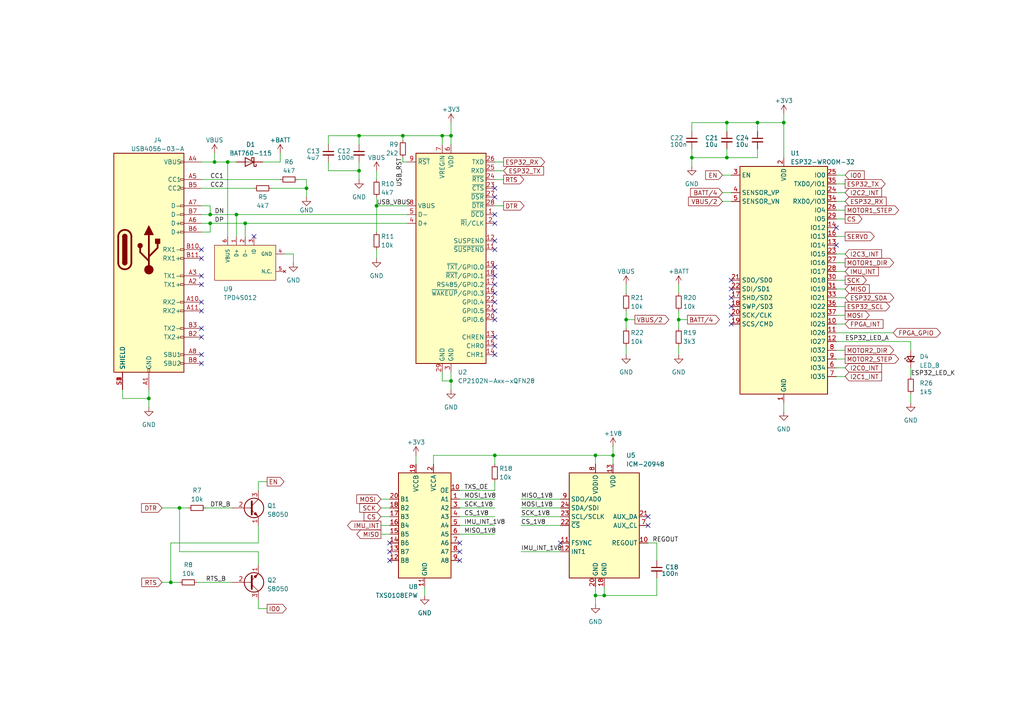
<source format=kicad_sch>
(kicad_sch (version 20230121) (generator eeschema)
  (paper "A4")
  (lib_symbols
    (symbol "Device:C_Small" (pin_numbers hide) (pin_names (offset 0.254) hide)
      (property "Reference" "C" (at 0.254 1.778 0))
      (property "Value" "C_Small" (at 0.254 -2.032 0))
      (symbol "C_Small_1_1"
        (pin passive line (at 0 2.54 270) (length 2.032) (name "~") (number "1"))
        (pin passive line (at 0 -2.54 90) (length 2.032) (name "~") (number "2"))
      )
    )
    (symbol "Device:D_Schottky" (pin_numbers hide) (pin_names (offset 1.016) hide)
      (property "Reference" "D" (at 0 2.54 0))
      (property "Value" "D_Schottky" (at 0 -2.54 0))
      (symbol "D_Schottky_1_1"
        (pin passive line (at -3.81 0 0) (length 2.54) (name "K") (number "1"))
        (pin passive line (at 3.81 0 180) (length 2.54) (name "A") (number "2"))
      )
    )
    (symbol "Device:LED_Small" (pin_numbers hide) (pin_names (offset 0.254) hide)
      (property "Reference" "D" (at -1.27 3.175 0))
      (property "Value" "LED_Small" (at -4.445 -2.54 0))
      (symbol "LED_Small_1_1"
        (pin passive line (at -2.54 0 0) (length 1.778) (name "K") (number "1"))
        (pin passive line (at 2.54 0 180) (length 1.778) (name "A") (number "2"))
      )
    )
    (symbol "Device:R_Small" (pin_numbers hide) (pin_names (offset 0.254) hide)
      (property "Reference" "R" (at 0.762 0.508 0))
      (property "Value" "R_Small" (at 0.762 -1.016 0))
      (symbol "R_Small_1_1"
        (pin passive line (at 0 2.54 270) (length 0.762) (name "~") (number "1"))
        (pin passive line (at 0 -2.54 90) (length 0.762) (name "~") (number "2"))
      )
    )
    (symbol "Interface_USB:CP2102N-Axx-xQFN28"
      (property "Reference" "U2" (at 1.9559 -33.02 0))
      (property "Value" "CP2102N-Axx-xQFN28" (at 1.9559 -35.56 0))
      (symbol "CP2102N-Axx-xQFN28_1_1"
        (pin input line (at 12.7 12.7 180) (length 2.54) (name "~{DCD}") (number "1"))
        (pin no_connect line (at -10.16 -27.94 0) (length 2.54) hide (name "NC") (number "10"))
        (pin output line (at 12.7 2.54 180) (length 2.54) (name "~{SUSPEND}") (number "11"))
        (pin output line (at 12.7 5.08 180) (length 2.54) (name "SUSPEND") (number "12"))
        (pin output line (at 12.7 -22.86 180) (length 2.54) (name "CHREN") (number "13"))
        (pin output line (at 12.7 -27.94 180) (length 2.54) (name "CHR1") (number "14"))
        (pin output line (at 12.7 -25.4 180) (length 2.54) (name "CHR0") (number "15"))
        (pin bidirectional line (at 12.7 -10.16 180) (length 2.54) (name "~{WAKEUP}/GPIO.3") (number "16"))
        (pin bidirectional line (at 12.7 -7.62 180) (length 2.54) (name "RS485/GPIO.2") (number "17"))
        (pin bidirectional line (at 12.7 -5.08 180) (length 2.54) (name "~{RXT}/GPIO.1") (number "18"))
        (pin bidirectional line (at 12.7 -2.54 180) (length 2.54) (name "~{TXT}/GPIO.0") (number "19"))
        (pin bidirectional line (at 12.7 10.16 180) (length 2.54) (name "~{RI}/CLK") (number "2"))
        (pin bidirectional line (at 12.7 -17.78 180) (length 2.54) (name "GPIO.6") (number "20"))
        (pin bidirectional line (at 12.7 -15.24 180) (length 2.54) (name "GPIO.5") (number "21"))
        (pin bidirectional line (at 12.7 -12.7 180) (length 2.54) (name "GPIO.4") (number "22"))
        (pin input line (at 12.7 20.32 180) (length 2.54) (name "~{CTS}") (number "23"))
        (pin output line (at 12.7 22.86 180) (length 2.54) (name "~{RTS}") (number "24"))
        (pin input line (at 12.7 25.4 180) (length 2.54) (name "RXD") (number "25"))
        (pin output line (at 12.7 27.94 180) (length 2.54) (name "TXD") (number "26"))
        (pin input line (at 12.7 17.78 180) (length 2.54) (name "~{DSR}") (number "27"))
        (pin output line (at 12.7 15.24 180) (length 2.54) (name "~{DTR}") (number "28"))
        (pin passive line (at -2.54 -33.02 90) (length 2.54) (name "GND") (number "29"))
        (pin power_in line (at 0 -33.02 90) (length 2.54) (name "GND") (number "3"))
        (pin bidirectional line (at -12.7 10.16 0) (length 2.54) (name "D+") (number "4"))
        (pin bidirectional line (at -12.7 12.7 0) (length 2.54) (name "D-") (number "5"))
        (pin power_in line (at 0 33.02 270) (length 2.54) (name "VDD") (number "6"))
        (pin power_in line (at -2.54 33.02 270) (length 2.54) (name "VREGIN") (number "7"))
        (pin input line (at -12.7 15.24 0) (length 2.54) (name "VBUS") (number "8"))
        (pin input line (at -12.7 27.94 0) (length 2.54) (name "~{RST}") (number "9"))
      )
    )
    (symbol "Logic_LevelTranslator:TXS0108EPW"
      (property "Reference" "U" (at -6.35 16.51 0))
      (property "Value" "TXS0108EPW" (at 3.81 16.51 0))
      (symbol "TXS0108EPW_1_1"
        (pin bidirectional line (at -10.16 7.62 0) (length 2.54) (name "A1") (number "1"))
        (pin input line (at -10.16 10.16 0) (length 2.54) (name "OE") (number "10"))
        (pin power_in line (at 0 -17.78 90) (length 2.54) (name "GND") (number "11"))
        (pin bidirectional line (at 10.16 -10.16 180) (length 2.54) (name "B8") (number "12"))
        (pin bidirectional line (at 10.16 -7.62 180) (length 2.54) (name "B7") (number "13"))
        (pin bidirectional line (at 10.16 -5.08 180) (length 2.54) (name "B6") (number "14"))
        (pin bidirectional line (at 10.16 -2.54 180) (length 2.54) (name "B5") (number "15"))
        (pin bidirectional line (at 10.16 0 180) (length 2.54) (name "B4") (number "16"))
        (pin bidirectional line (at 10.16 2.54 180) (length 2.54) (name "B3") (number "17"))
        (pin bidirectional line (at 10.16 5.08 180) (length 2.54) (name "B2") (number "18"))
        (pin power_in line (at 2.54 17.78 270) (length 2.54) (name "VCCB") (number "19"))
        (pin power_in line (at -2.54 17.78 270) (length 2.54) (name "VCCA") (number "2"))
        (pin bidirectional line (at 10.16 7.62 180) (length 2.54) (name "B1") (number "20"))
        (pin bidirectional line (at -10.16 5.08 0) (length 2.54) (name "A2") (number "3"))
        (pin bidirectional line (at -10.16 2.54 0) (length 2.54) (name "A3") (number "4"))
        (pin bidirectional line (at -10.16 0 0) (length 2.54) (name "A4") (number "5"))
        (pin bidirectional line (at -10.16 -2.54 0) (length 2.54) (name "A5") (number "6"))
        (pin bidirectional line (at -10.16 -5.08 0) (length 2.54) (name "A6") (number "7"))
        (pin bidirectional line (at -10.16 -7.62 0) (length 2.54) (name "A7") (number "8"))
        (pin bidirectional line (at -10.16 -10.16 0) (length 2.54) (name "A8") (number "9"))
      )
    )
    (symbol "RF_Module:ESP32-WROOM-32"
      (property "Reference" "U" (at -12.7 34.29 0))
      (property "Value" "ESP32-WROOM-32" (at 1.27 34.29 0))
      (symbol "ESP32-WROOM-32_1_1"
        (pin power_in line (at 0 -35.56 90) (length 2.54) (name "GND") (number "1"))
        (pin bidirectional line (at 15.24 -12.7 180) (length 2.54) (name "IO25") (number "10"))
        (pin bidirectional line (at 15.24 -15.24 180) (length 2.54) (name "IO26") (number "11"))
        (pin bidirectional line (at 15.24 -17.78 180) (length 2.54) (name "IO27") (number "12"))
        (pin bidirectional line (at 15.24 10.16 180) (length 2.54) (name "IO14") (number "13"))
        (pin bidirectional line (at 15.24 15.24 180) (length 2.54) (name "IO12") (number "14"))
        (pin passive line (at 0 -35.56 90) (length 2.54) hide (name "GND") (number "15"))
        (pin bidirectional line (at 15.24 12.7 180) (length 2.54) (name "IO13") (number "16"))
        (pin bidirectional line (at -15.24 -5.08 0) (length 2.54) (name "SHD/SD2") (number "17"))
        (pin bidirectional line (at -15.24 -7.62 0) (length 2.54) (name "SWP/SD3") (number "18"))
        (pin bidirectional line (at -15.24 -12.7 0) (length 2.54) (name "SCS/CMD") (number "19"))
        (pin power_in line (at 0 35.56 270) (length 2.54) (name "VDD") (number "2"))
        (pin bidirectional line (at -15.24 -10.16 0) (length 2.54) (name "SCK/CLK") (number "20"))
        (pin bidirectional line (at -15.24 0 0) (length 2.54) (name "SDO/SD0") (number "21"))
        (pin bidirectional line (at -15.24 -2.54 0) (length 2.54) (name "SDI/SD1") (number "22"))
        (pin bidirectional line (at 15.24 7.62 180) (length 2.54) (name "IO15") (number "23"))
        (pin bidirectional line (at 15.24 25.4 180) (length 2.54) (name "IO2") (number "24"))
        (pin bidirectional line (at 15.24 30.48 180) (length 2.54) (name "IO0") (number "25"))
        (pin bidirectional line (at 15.24 20.32 180) (length 2.54) (name "IO4") (number "26"))
        (pin bidirectional line (at 15.24 5.08 180) (length 2.54) (name "IO16") (number "27"))
        (pin bidirectional line (at 15.24 2.54 180) (length 2.54) (name "IO17") (number "28"))
        (pin bidirectional line (at 15.24 17.78 180) (length 2.54) (name "IO5") (number "29"))
        (pin input line (at -15.24 30.48 0) (length 2.54) (name "EN") (number "3"))
        (pin bidirectional line (at 15.24 0 180) (length 2.54) (name "IO18") (number "30"))
        (pin bidirectional line (at 15.24 -2.54 180) (length 2.54) (name "IO19") (number "31"))
        (pin no_connect line (at -12.7 -27.94 0) (length 2.54) hide (name "NC") (number "32"))
        (pin bidirectional line (at 15.24 -5.08 180) (length 2.54) (name "IO21") (number "33"))
        (pin bidirectional line (at 15.24 22.86 180) (length 2.54) (name "RXD0/IO3") (number "34"))
        (pin bidirectional line (at 15.24 27.94 180) (length 2.54) (name "TXD0/IO1") (number "35"))
        (pin bidirectional line (at 15.24 -7.62 180) (length 2.54) (name "IO22") (number "36"))
        (pin bidirectional line (at 15.24 -10.16 180) (length 2.54) (name "IO23") (number "37"))
        (pin passive line (at 0 -35.56 90) (length 2.54) hide (name "GND") (number "38"))
        (pin passive line (at 0 -35.56 90) (length 2.54) hide (name "GND") (number "39"))
        (pin input line (at -15.24 25.4 0) (length 2.54) (name "SENSOR_VP") (number "4"))
        (pin input line (at -15.24 22.86 0) (length 2.54) (name "SENSOR_VN") (number "5"))
        (pin input line (at 15.24 -25.4 180) (length 2.54) (name "IO34") (number "6"))
        (pin input line (at 15.24 -27.94 180) (length 2.54) (name "IO35") (number "7"))
        (pin bidirectional line (at 15.24 -20.32 180) (length 2.54) (name "IO32") (number "8"))
        (pin bidirectional line (at 15.24 -22.86 180) (length 2.54) (name "IO33") (number "9"))
      )
    )
    (symbol "Sensor_Motion:ICM-20948"
      (property "Reference" "U5" (at 6.35 20.32 0))
      (property "Value" "ICM-20948" (at 6.35 17.78 0))
      (symbol "ICM-20948_1_1"
        (pin no_connect line (at -10.16 12.7 0) (length 2.54) hide (name "NC") (number "1"))
        (pin passive line (at 12.7 -5.08 180) (length 2.54) (name "REGOUT") (number "10"))
        (pin input line (at -12.7 -5.08 0) (length 2.54) (name "FSYNC") (number "11"))
        (pin output line (at -12.7 -7.62 0) (length 2.54) (name "INT1") (number "12"))
        (pin power_in line (at 2.54 17.78 270) (length 2.54) (name "VDD") (number "13"))
        (pin no_connect line (at 10.16 7.62 180) (length 2.54) hide (name "NC") (number "14"))
        (pin no_connect line (at 10.16 5.08 180) (length 2.54) hide (name "NC") (number "15"))
        (pin no_connect line (at 10.16 -7.62 180) (length 2.54) hide (name "NC") (number "16"))
        (pin no_connect line (at 10.16 -10.16 180) (length 2.54) hide (name "NC") (number "17"))
        (pin power_in line (at 0 -17.78 90) (length 2.54) (name "GND") (number "18"))
        (pin no_connect line (at 10.16 -12.7 180) (length 2.54) hide (name "RESV") (number "19"))
        (pin no_connect line (at -10.16 10.16 0) (length 2.54) hide (name "NC") (number "2"))
        (pin passive line (at -2.54 -17.78 90) (length 2.54) (name "GND") (number "20"))
        (pin bidirectional line (at 12.7 2.54 180) (length 2.54) (name "AUX_DA") (number "21"))
        (pin input line (at -12.7 0 0) (length 2.54) (name "~{CS}") (number "22"))
        (pin input line (at -12.7 2.54 0) (length 2.54) (name "SCL/SCLK") (number "23"))
        (pin bidirectional line (at -12.7 5.08 0) (length 2.54) (name "SDA/SDI") (number "24"))
        (pin no_connect line (at -10.16 -2.54 0) (length 2.54) hide (name "NC") (number "3"))
        (pin no_connect line (at -10.16 -10.16 0) (length 2.54) hide (name "NC") (number "4"))
        (pin no_connect line (at -10.16 -12.7 0) (length 2.54) hide (name "NC") (number "5"))
        (pin no_connect line (at 10.16 10.16 180) (length 2.54) hide (name "NC") (number "6"))
        (pin output line (at 12.7 0 180) (length 2.54) (name "AUX_CL") (number "7"))
        (pin power_in line (at -2.54 17.78 270) (length 2.54) (name "VDDIO") (number "8"))
        (pin bidirectional line (at -12.7 7.62 0) (length 2.54) (name "SDO/AD0") (number "9"))
      )
    )
    (symbol "TPD4S012:TPD4S012" (pin_names (offset 1.016))
      (property "Reference" "U" (at 1.27 -8.89 0))
      (property "Value" "TPD4S012" (at 1.27 -11.43 0))
      (symbol "TPD4S012_0_0"
        (pin bidirectional line (at -2.54 7.62 270) (length 2.54) (name "D+") (number "1"))
        (pin bidirectional line (at 0 7.62 270) (length 2.54) (name "D-") (number "2"))
        (pin bidirectional line (at 2.54 7.62 270) (length 2.54) (name "ID") (number "3"))
        (pin power_in line (at 11.43 2.54 180) (length 2.54) (name "GND") (number "4"))
        (pin no_connect line (at 11.43 -2.54 180) (length 2.54) (name "N.C.") (number "5"))
        (pin bidirectional line (at -5.08 7.62 270) (length 2.54) (name "VBUS") (number "6"))
      )
    )
    (symbol "Transistor_BJT:S8050" (pin_names (offset 0) hide)
      (property "Reference" "Q" (at 5.08 1.905 0))
      (property "Value" "S8050" (at 5.08 0 0))
      (symbol "S8050_1_1"
        (pin passive line (at 2.54 -5.08 90) (length 2.54) (name "E") (number "1"))
        (pin input line (at -5.08 0 0) (length 5.08) (name "B") (number "2"))
        (pin passive line (at 2.54 5.08 270) (length 2.54) (name "C") (number "3"))
      )
    )
    (symbol "USB4056-03-A:USB4056-03-A" (pin_names (offset 0.762))
      (property "Reference" "J" (at -8.89 36.195 0))
      (property "Value" "USB4056-03-A" (at -8.89 33.655 0))
      (symbol "USB4056-03-A_1_1"
        (pin passive line (at -1.27 -36.83 90) (length 5.08) (name "GND") (number "A1"))
        (pin bidirectional line (at 13.97 -11.43 180) (length 5.08) (name "RX2-") (number "A10"))
        (pin bidirectional line (at 13.97 -13.97 180) (length 5.08) (name "RX2+") (number "A11"))
        (pin passive line (at -1.27 -36.83 90) (length 5.08) hide (name "GND") (number "A12"))
        (pin bidirectional line (at 13.97 -6.35 180) (length 5.08) (name "TX1+") (number "A2"))
        (pin bidirectional line (at 13.97 -3.81 180) (length 5.08) (name "TX1-") (number "A3"))
        (pin passive line (at 13.97 29.21 180) (length 5.08) (name "VBUS") (number "A4"))
        (pin bidirectional line (at 13.97 24.13 180) (length 5.08) (name "CC1") (number "A5"))
        (pin bidirectional line (at 13.97 11.43 180) (length 5.08) (name "D+") (number "A6"))
        (pin bidirectional line (at 13.97 16.51 180) (length 5.08) (name "D-") (number "A7"))
        (pin bidirectional line (at 13.97 -26.67 180) (length 5.08) (name "SBU1") (number "A8"))
        (pin passive line (at 13.97 29.21 180) (length 5.08) hide (name "VBUS") (number "A9"))
        (pin passive line (at -1.27 -36.83 90) (length 5.08) hide (name "GND") (number "B1"))
        (pin bidirectional line (at 13.97 3.81 180) (length 5.08) (name "RX1-") (number "B10"))
        (pin bidirectional line (at 13.97 1.27 180) (length 5.08) (name "RX1+") (number "B11"))
        (pin passive line (at -1.27 -36.83 90) (length 5.08) hide (name "GND") (number "B12"))
        (pin bidirectional line (at 13.97 -21.59 180) (length 5.08) (name "TX2+") (number "B2"))
        (pin bidirectional line (at 13.97 -19.05 180) (length 5.08) (name "TX2-") (number "B3"))
        (pin passive line (at 13.97 29.21 180) (length 5.08) hide (name "VBUS") (number "B4"))
        (pin bidirectional line (at 13.97 21.59 180) (length 5.08) (name "CC2") (number "B5"))
        (pin bidirectional line (at 13.97 8.89 180) (length 5.08) (name "D+") (number "B6"))
        (pin bidirectional line (at 13.97 13.97 180) (length 5.08) (name "D-") (number "B7"))
        (pin bidirectional line (at 13.97 -29.21 180) (length 5.08) (name "SBU2") (number "B8"))
        (pin passive line (at 13.97 29.21 180) (length 5.08) hide (name "VBUS") (number "B9"))
        (pin passive line (at -8.89 -36.83 90) (length 5.08) (name "SHIELD") (number "S1"))
        (pin passive line (at -8.89 -36.83 90) (length 5.08) (name "SHIELD") (number "S2"))
        (pin passive line (at -8.89 -36.83 90) (length 5.08) (name "SHIELD") (number "S3"))
        (pin passive line (at -8.89 -36.83 90) (length 5.08) (name "SHIELD") (number "S4"))
      )
    )
    (symbol "power:+1V8" (power) (pin_names (offset 0))
      (property "Value" "+1V8" (at 0 3.556 0))
      (symbol "+1V8_1_1"
        (pin power_in line (at 0 0 90) (length 0) hide (name "+1V8") (number "1"))
      )
    )
    (symbol "power:+3V3" (power) (pin_names (offset 0))
      (property "Value" "+3V3" (at 0 3.556 0))
      (symbol "+3V3_1_1"
        (pin power_in line (at 0 0 90) (length 0) hide (name "+3V3") (number "1"))
      )
    )
    (symbol "power:+BATT" (power) (pin_names (offset 0))
      (property "Value" "+BATT" (at 0 3.556 0))
      (symbol "+BATT_1_1"
        (pin power_in line (at 0 0 90) (length 0) hide (name "+BATT") (number "1"))
      )
    )
    (symbol "power:GND" (power) (pin_names (offset 0))
      (property "Value" "GND" (at 0 -3.81 0))
      (symbol "GND_1_1"
        (pin power_in line (at 0 0 270) (length 0) hide (name "GND") (number "1"))
      )
    )
    (symbol "power:VBUS" (power) (pin_names (offset 0))
      (property "Value" "VBUS" (at 0 3.81 0))
      (symbol "VBUS_1_1"
        (pin power_in line (at 0 0 90) (length 0) hide (name "VBUS") (number "1"))
      )
    )
  )
  (junction (at 143.51 132.08))
  (junction (at 128.27 39.37))
  (junction (at 88.9 54.61))
  (junction (at 210.82 35.56))
  (junction (at 60.96 62.23))
  (junction (at 66.04 46.99))
  (junction (at 200.66 45.72))
  (junction (at 130.81 39.37))
  (junction (at 227.33 35.56))
  (junction (at 104.14 39.37))
  (junction (at 52.07 147.32))
  (junction (at 177.8 132.08))
  (junction (at 71.12 64.77))
  (junction (at 109.22 59.69))
  (junction (at 172.72 132.08))
  (junction (at 175.26 172.72))
  (junction (at 172.72 172.72))
  (junction (at 116.84 39.37))
  (junction (at 43.18 115.57))
  (junction (at 130.81 110.49))
  (junction (at 60.96 64.77))
  (junction (at 196.85 92.71))
  (junction (at 181.61 92.71))
  (junction (at 49.53 168.91))
  (junction (at 104.14 49.53))
  (junction (at 68.58 62.23))
  (junction (at 62.23 46.99))
  (junction (at 219.71 35.56))
  (junction (at 210.82 45.72))
  (no_connect (at 113.03 157.48))
  (no_connect (at 113.03 162.56))
  (no_connect (at 58.42 95.25))
  (no_connect (at 143.51 80.01))
  (no_connect (at 143.51 72.39))
  (no_connect (at 242.57 66.04))
  (no_connect (at 212.09 93.98))
  (no_connect (at 143.51 62.23))
  (no_connect (at 143.51 92.71))
  (no_connect (at 58.42 105.41))
  (no_connect (at 143.51 64.77))
  (no_connect (at 242.57 71.12))
  (no_connect (at 58.42 97.79))
  (no_connect (at 187.96 149.86))
  (no_connect (at 113.03 160.02))
  (no_connect (at 58.42 90.17))
  (no_connect (at 58.42 102.87))
  (no_connect (at 133.35 162.56))
  (no_connect (at 187.96 152.4))
  (no_connect (at 162.56 157.48))
  (no_connect (at 58.42 80.01))
  (no_connect (at 212.09 86.36))
  (no_connect (at 212.09 88.9))
  (no_connect (at 58.42 74.93))
  (no_connect (at 58.42 87.63))
  (no_connect (at 143.51 85.09))
  (no_connect (at 212.09 81.28))
  (no_connect (at 133.35 157.48))
  (no_connect (at 212.09 83.82))
  (no_connect (at 143.51 77.47))
  (no_connect (at 143.51 97.79))
  (no_connect (at 133.35 160.02))
  (no_connect (at 212.09 91.44))
  (no_connect (at 143.51 82.55))
  (no_connect (at 143.51 100.33))
  (no_connect (at 143.51 54.61))
  (no_connect (at 143.51 69.85))
  (no_connect (at 58.42 72.39))
  (no_connect (at 73.66 68.58))
  (no_connect (at 58.42 82.55))
  (no_connect (at 143.51 57.15))
  (no_connect (at 143.51 102.87))
  (no_connect (at 143.51 87.63))
  (no_connect (at 143.51 90.17))
  (wire (pts (xy 110.49 144.78) (xy 113.03 144.78)))
  (wire (pts (xy 68.58 46.99) (xy 66.04 46.99)))
  (wire (pts (xy 125.73 132.08) (xy 143.51 132.08)))
  (wire (pts (xy 46.99 168.91) (xy 49.53 168.91)))
  (wire (pts (xy 116.84 46.99) (xy 118.11 46.99)))
  (wire (pts (xy 68.58 62.23) (xy 68.58 68.58)))
  (wire (pts (xy 109.22 59.69) (xy 109.22 57.15)))
  (wire (pts (xy 200.66 35.56) (xy 210.82 35.56)))
  (wire (pts (xy 219.71 35.56) (xy 227.33 35.56)))
  (wire (pts (xy 245.11 53.34) (xy 242.57 53.34)))
  (wire (pts (xy 181.61 82.55) (xy 181.61 85.09)))
  (wire (pts (xy 151.13 147.32) (xy 162.56 147.32)))
  (wire (pts (xy 210.82 35.56) (xy 219.71 35.56)))
  (wire (pts (xy 200.66 45.72) (xy 200.66 48.26)))
  (wire (pts (xy 74.93 176.53) (xy 74.93 173.99)))
  (wire (pts (xy 245.11 63.5) (xy 242.57 63.5)))
  (wire (pts (xy 133.35 149.86) (xy 143.51 149.86)))
  (wire (pts (xy 209.55 55.88) (xy 212.09 55.88)))
  (wire (pts (xy 60.96 62.23) (xy 68.58 62.23)))
  (wire (pts (xy 58.42 67.31) (xy 60.96 67.31)))
  (wire (pts (xy 210.82 43.18) (xy 210.82 45.72)))
  (wire (pts (xy 110.49 154.94) (xy 113.03 154.94)))
  (wire (pts (xy 190.5 167.64) (xy 190.5 172.72)))
  (wire (pts (xy 88.9 52.07) (xy 88.9 54.61)))
  (wire (pts (xy 196.85 102.87) (xy 196.85 100.33)))
  (wire (pts (xy 187.96 157.48) (xy 190.5 157.48)))
  (wire (pts (xy 66.04 68.58) (xy 66.04 46.99)))
  (wire (pts (xy 245.11 104.14) (xy 242.57 104.14)))
  (wire (pts (xy 143.51 132.08) (xy 172.72 132.08)))
  (wire (pts (xy 74.93 163.83) (xy 74.93 160.02)))
  (wire (pts (xy 71.12 64.77) (xy 118.11 64.77)))
  (wire (pts (xy 177.8 129.54) (xy 177.8 132.08)))
  (wire (pts (xy 123.19 172.72) (xy 123.19 170.18)))
  (wire (pts (xy 172.72 172.72) (xy 175.26 172.72)))
  (wire (pts (xy 130.81 113.03) (xy 130.81 110.49)))
  (wire (pts (xy 133.35 154.94) (xy 143.51 154.94)))
  (wire (pts (xy 196.85 92.71) (xy 199.39 92.71)))
  (wire (pts (xy 125.73 132.08) (xy 125.73 134.62)))
  (wire (pts (xy 60.96 64.77) (xy 60.96 67.31)))
  (wire (pts (xy 143.51 132.08) (xy 143.51 134.62)))
  (wire (pts (xy 52.07 147.32) (xy 54.61 147.32)))
  (wire (pts (xy 85.09 76.2) (xy 85.09 73.66)))
  (wire (pts (xy 109.22 59.69) (xy 109.22 67.31)))
  (wire (pts (xy 196.85 82.55) (xy 196.85 85.09)))
  (wire (pts (xy 181.61 102.87) (xy 181.61 100.33)))
  (wire (pts (xy 196.85 92.71) (xy 196.85 95.25)))
  (wire (pts (xy 245.11 81.28) (xy 242.57 81.28)))
  (wire (pts (xy 81.28 46.99) (xy 76.2 46.99)))
  (wire (pts (xy 245.11 78.74) (xy 242.57 78.74)))
  (wire (pts (xy 104.14 39.37) (xy 116.84 39.37)))
  (wire (pts (xy 77.47 139.7) (xy 74.93 139.7)))
  (wire (pts (xy 181.61 92.71) (xy 181.61 95.25)))
  (wire (pts (xy 245.11 91.44) (xy 242.57 91.44)))
  (wire (pts (xy 109.22 74.93) (xy 109.22 72.39)))
  (wire (pts (xy 128.27 110.49) (xy 130.81 110.49)))
  (wire (pts (xy 62.23 46.99) (xy 62.23 44.45)))
  (wire (pts (xy 219.71 35.56) (xy 219.71 38.1)))
  (wire (pts (xy 245.11 106.68) (xy 242.57 106.68)))
  (wire (pts (xy 60.96 64.77) (xy 71.12 64.77)))
  (wire (pts (xy 109.22 49.53) (xy 109.22 52.07)))
  (wire (pts (xy 151.13 144.78) (xy 162.56 144.78)))
  (wire (pts (xy 227.33 35.56) (xy 227.33 45.72)))
  (wire (pts (xy 52.07 147.32) (xy 52.07 160.02)))
  (wire (pts (xy 172.72 175.26) (xy 172.72 172.72)))
  (wire (pts (xy 172.72 132.08) (xy 177.8 132.08)))
  (wire (pts (xy 130.81 39.37) (xy 130.81 41.91)))
  (wire (pts (xy 190.5 172.72) (xy 175.26 172.72)))
  (wire (pts (xy 74.93 152.4) (xy 74.93 157.48)))
  (wire (pts (xy 43.18 115.57) (xy 35.56 115.57)))
  (wire (pts (xy 128.27 41.91) (xy 128.27 39.37)))
  (wire (pts (xy 128.27 39.37) (xy 116.84 39.37)))
  (wire (pts (xy 82.55 73.66) (xy 85.09 73.66)))
  (wire (pts (xy 77.47 176.53) (xy 74.93 176.53)))
  (wire (pts (xy 49.53 168.91) (xy 52.07 168.91)))
  (wire (pts (xy 209.55 50.8) (xy 212.09 50.8)))
  (wire (pts (xy 74.93 139.7) (xy 74.93 142.24)))
  (wire (pts (xy 227.33 33.02) (xy 227.33 35.56)))
  (wire (pts (xy 43.18 118.11) (xy 43.18 115.57)))
  (wire (pts (xy 245.11 109.22) (xy 242.57 109.22)))
  (wire (pts (xy 146.05 49.53) (xy 143.51 49.53)))
  (wire (pts (xy 95.25 49.53) (xy 104.14 49.53)))
  (wire (pts (xy 172.72 170.18) (xy 172.72 172.72)))
  (wire (pts (xy 74.93 160.02) (xy 52.07 160.02)))
  (wire (pts (xy 245.11 73.66) (xy 242.57 73.66)))
  (wire (pts (xy 58.42 59.69) (xy 60.96 59.69)))
  (wire (pts (xy 110.49 147.32) (xy 113.03 147.32)))
  (wire (pts (xy 245.11 83.82) (xy 242.57 83.82)))
  (wire (pts (xy 128.27 39.37) (xy 130.81 39.37)))
  (wire (pts (xy 59.69 147.32) (xy 67.31 147.32)))
  (wire (pts (xy 245.11 58.42) (xy 242.57 58.42)))
  (wire (pts (xy 242.57 96.52) (xy 259.08 96.52)))
  (wire (pts (xy 200.66 38.1) (xy 200.66 35.56)))
  (wire (pts (xy 49.53 157.48) (xy 49.53 168.91)))
  (wire (pts (xy 35.56 115.57) (xy 35.56 113.03)))
  (wire (pts (xy 227.33 119.38) (xy 227.33 116.84)))
  (wire (pts (xy 264.16 101.6) (xy 264.16 99.06)))
  (wire (pts (xy 104.14 49.53) (xy 104.14 46.99)))
  (wire (pts (xy 219.71 45.72) (xy 219.71 43.18)))
  (wire (pts (xy 46.99 147.32) (xy 52.07 147.32)))
  (wire (pts (xy 200.66 43.18) (xy 200.66 45.72)))
  (wire (pts (xy 74.93 157.48) (xy 49.53 157.48)))
  (wire (pts (xy 104.14 52.07) (xy 104.14 49.53)))
  (wire (pts (xy 116.84 45.72) (xy 116.84 46.99)))
  (wire (pts (xy 209.55 58.42) (xy 212.09 58.42)))
  (wire (pts (xy 81.28 44.45) (xy 81.28 46.99)))
  (wire (pts (xy 146.05 46.99) (xy 143.51 46.99)))
  (wire (pts (xy 245.11 50.8) (xy 242.57 50.8)))
  (wire (pts (xy 245.11 55.88) (xy 242.57 55.88)))
  (wire (pts (xy 190.5 157.48) (xy 190.5 162.56)))
  (wire (pts (xy 58.42 64.77) (xy 60.96 64.77)))
  (wire (pts (xy 68.58 62.23) (xy 118.11 62.23)))
  (wire (pts (xy 62.23 46.99) (xy 66.04 46.99)))
  (wire (pts (xy 210.82 45.72) (xy 200.66 45.72)))
  (wire (pts (xy 177.8 132.08) (xy 177.8 134.62)))
  (wire (pts (xy 245.11 60.96) (xy 242.57 60.96)))
  (wire (pts (xy 116.84 39.37) (xy 116.84 40.64)))
  (wire (pts (xy 120.65 132.08) (xy 120.65 134.62)))
  (wire (pts (xy 245.11 68.58) (xy 242.57 68.58)))
  (wire (pts (xy 95.25 41.91) (xy 95.25 39.37)))
  (wire (pts (xy 210.82 45.72) (xy 219.71 45.72)))
  (wire (pts (xy 110.49 149.86) (xy 113.03 149.86)))
  (wire (pts (xy 196.85 90.17) (xy 196.85 92.71)))
  (wire (pts (xy 146.05 52.07) (xy 143.51 52.07)))
  (wire (pts (xy 58.42 52.07) (xy 81.28 52.07)))
  (wire (pts (xy 133.35 142.24) (xy 143.51 142.24)))
  (wire (pts (xy 71.12 64.77) (xy 71.12 68.58)))
  (wire (pts (xy 104.14 39.37) (xy 104.14 41.91)))
  (wire (pts (xy 245.11 88.9) (xy 242.57 88.9)))
  (wire (pts (xy 264.16 116.84) (xy 264.16 114.3)))
  (wire (pts (xy 95.25 39.37) (xy 104.14 39.37)))
  (wire (pts (xy 130.81 35.56) (xy 130.81 39.37)))
  (wire (pts (xy 175.26 172.72) (xy 175.26 170.18)))
  (wire (pts (xy 181.61 90.17) (xy 181.61 92.71)))
  (wire (pts (xy 130.81 107.95) (xy 130.81 110.49)))
  (wire (pts (xy 128.27 107.95) (xy 128.27 110.49)))
  (wire (pts (xy 60.96 59.69) (xy 60.96 62.23)))
  (wire (pts (xy 110.49 152.4) (xy 113.03 152.4)))
  (wire (pts (xy 245.11 101.6) (xy 242.57 101.6)))
  (wire (pts (xy 58.42 54.61) (xy 73.66 54.61)))
  (wire (pts (xy 109.22 59.69) (xy 118.11 59.69)))
  (wire (pts (xy 88.9 57.15) (xy 88.9 54.61)))
  (wire (pts (xy 58.42 46.99) (xy 62.23 46.99)))
  (wire (pts (xy 143.51 139.7) (xy 143.51 142.24)))
  (wire (pts (xy 133.35 147.32) (xy 143.51 147.32)))
  (wire (pts (xy 172.72 134.62) (xy 172.72 132.08)))
  (wire (pts (xy 151.13 152.4) (xy 162.56 152.4)))
  (wire (pts (xy 151.13 160.02) (xy 162.56 160.02)))
  (wire (pts (xy 210.82 38.1) (xy 210.82 35.56)))
  (wire (pts (xy 95.25 46.99) (xy 95.25 49.53)))
  (wire (pts (xy 146.05 59.69) (xy 143.51 59.69)))
  (wire (pts (xy 264.16 106.68) (xy 264.16 109.22)))
  (wire (pts (xy 57.15 168.91) (xy 67.31 168.91)))
  (wire (pts (xy 181.61 92.71) (xy 184.15 92.71)))
  (wire (pts (xy 86.36 52.07) (xy 88.9 52.07)))
  (wire (pts (xy 133.35 152.4) (xy 143.51 152.4)))
  (wire (pts (xy 245.11 76.2) (xy 242.57 76.2)))
  (wire (pts (xy 58.42 62.23) (xy 60.96 62.23)))
  (wire (pts (xy 264.16 99.06) (xy 242.57 99.06)))
  (wire (pts (xy 245.11 86.36) (xy 242.57 86.36)))
  (wire (pts (xy 88.9 54.61) (xy 78.74 54.61)))
  (wire (pts (xy 151.13 149.86) (xy 162.56 149.86)))
  (wire (pts (xy 43.18 113.03) (xy 43.18 115.57)))
  (wire (pts (xy 242.57 93.98) (xy 245.11 93.98)))
  (wire (pts (xy 133.35 144.78) (xy 143.51 144.78)))
  (label "SCK_1V8" (at 151.13 149.86 0))
  (label "DN" (at 62.23 62.23 0))
  (label "CC2" (at 60.96 54.61 0))
  (label "DTR_B" (at 60.96 147.32 0))
  (label "SCK_1V8" (at 134.62 147.32 0))
  (label "ESP32_LED_A" (at 245.11 99.06 0))
  (label "ESP32_LED_K" (at 264.16 109.22 0))
  (label "MISO_1V8" (at 151.13 144.78 0))
  (label "CS_1V8" (at 151.13 152.4 0))
  (label "RTS_B" (at 59.69 168.91 0))
  (label "CS_1V8" (at 134.62 149.86 0))
  (label "REGOUT" (at 189.23 157.48 0))
  (label "MISO_1V8" (at 134.62 154.94 0))
  (label "IMU_INT_1V8" (at 151.13 160.02 0))
  (label "USB_RST" (at 116.84 45.72 270))
  (label "IMU_INT_1V8" (at 134.62 152.4 0))
  (label "CC1" (at 60.96 52.07 0))
  (label "MOSI_1V8" (at 151.13 147.32 0))
  (label "MOSI_1V8" (at 134.62 144.78 0))
  (label "USB_VBUS" (at 109.22 59.69 0))
  (label "TXS_OE" (at 134.62 142.24 0))
  (label "DP" (at 62.23 64.77 0))
  (global_label "IMU_INT" (shape input) (at 245.11 78.74 0) (property "Intersheetrefs" "${INTERSHEET_REFS}" (effects hide)))
  (global_label "I2C2_INT" (shape input) (at 245.11 55.88 0) (property "Intersheetrefs" "${INTERSHEET_REFS}" (effects hide)))
  (global_label "FPGA_INT" (shape input) (at 245.11 93.98 0) (property "Intersheetrefs" "${INTERSHEET_REFS}" (effects hide)))
  (global_label "ESP32_TX" (shape input) (at 146.05 49.53 0) (property "Intersheetrefs" "${INTERSHEET_REFS}" (effects hide)))
  (global_label "CS" (shape input) (at 110.49 149.86 180) (property "Intersheetrefs" "${INTERSHEET_REFS}" (effects hide)))
  (global_label "SCK" (shape input) (at 110.49 147.32 180) (property "Intersheetrefs" "${INTERSHEET_REFS}" (effects hide)))
  (global_label "MISO" (shape input) (at 245.11 83.82 0) (property "Intersheetrefs" "${INTERSHEET_REFS}" (effects hide)))
  (global_label "SERVO" (shape output) (at 245.11 68.58 0) (property "Intersheetrefs" "${INTERSHEET_REFS}" (effects hide)))
  (global_label "MOTOR1_DIR" (shape output) (at 245.11 76.2 0) (property "Intersheetrefs" "${INTERSHEET_REFS}" (effects hide)))
  (global_label "EN" (shape input) (at 209.55 50.8 180) (property "Intersheetrefs" "${INTERSHEET_REFS}" (effects hide)))
  (global_label "VBUS{slash}2" (shape output) (at 184.15 92.71 0) (property "Intersheetrefs" "${INTERSHEET_REFS}" (effects hide)))
  (global_label "ESP32_RX" (shape input) (at 245.11 58.42 0) (property "Intersheetrefs" "${INTERSHEET_REFS}" (effects hide)))
  (global_label "ESP32_RX" (shape output) (at 146.05 46.99 0) (property "Intersheetrefs" "${INTERSHEET_REFS}" (effects hide)))
  (global_label "ESP32_SDA" (shape bidirectional) (at 245.11 86.36 0) (property "Intersheetrefs" "${INTERSHEET_REFS}" (effects hide)))
  (global_label "I2C3_INT" (shape input) (at 245.11 73.66 0) (property "Intersheetrefs" "${INTERSHEET_REFS}" (effects hide)))
  (global_label "IO0" (shape output) (at 77.47 176.53 0) (property "Intersheetrefs" "${INTERSHEET_REFS}" (effects hide)))
  (global_label "VBUS{slash}2" (shape input) (at 209.55 58.42 180) (property "Intersheetrefs" "${INTERSHEET_REFS}" (effects hide)))
  (global_label "I2C0_INT" (shape input) (at 245.11 106.68 0) (property "Intersheetrefs" "${INTERSHEET_REFS}" (effects hide)))
  (global_label "EN" (shape output) (at 77.47 139.7 0) (property "Intersheetrefs" "${INTERSHEET_REFS}" (effects hide)))
  (global_label "MOTOR2_DIR" (shape output) (at 245.11 101.6 0) (property "Intersheetrefs" "${INTERSHEET_REFS}" (effects hide)))
  (global_label "FPGA_GPIO" (shape bidirectional) (at 259.08 96.52 0) (property "Intersheetrefs" "${INTERSHEET_REFS}" (effects hide)))
  (global_label "MISO" (shape output) (at 110.49 154.94 180) (property "Intersheetrefs" "${INTERSHEET_REFS}" (effects hide)))
  (global_label "MOSI" (shape input) (at 110.49 144.78 180) (property "Intersheetrefs" "${INTERSHEET_REFS}" (effects hide)))
  (global_label "BATT{slash}4" (shape input) (at 209.55 55.88 180) (property "Intersheetrefs" "${INTERSHEET_REFS}" (effects hide)))
  (global_label "SCK" (shape output) (at 245.11 81.28 0) (property "Intersheetrefs" "${INTERSHEET_REFS}" (effects hide)))
  (global_label "IO0" (shape input) (at 245.11 50.8 0) (property "Intersheetrefs" "${INTERSHEET_REFS}" (effects hide)))
  (global_label "DTR" (shape output) (at 146.05 59.69 0) (property "Intersheetrefs" "${INTERSHEET_REFS}" (effects hide)))
  (global_label "MOTOR1_STEP" (shape output) (at 245.11 60.96 0) (property "Intersheetrefs" "${INTERSHEET_REFS}" (effects hide)))
  (global_label "I2C1_INT" (shape input) (at 245.11 109.22 0) (property "Intersheetrefs" "${INTERSHEET_REFS}" (effects hide)))
  (global_label "BATT{slash}4" (shape output) (at 199.39 92.71 0) (property "Intersheetrefs" "${INTERSHEET_REFS}" (effects hide)))
  (global_label "CS" (shape output) (at 245.11 63.5 0) (property "Intersheetrefs" "${INTERSHEET_REFS}" (effects hide)))
  (global_label "DTR" (shape input) (at 46.99 147.32 180) (property "Intersheetrefs" "${INTERSHEET_REFS}" (effects hide)))
  (global_label "MOTOR2_STEP" (shape output) (at 245.11 104.14 0) (property "Intersheetrefs" "${INTERSHEET_REFS}" (effects hide)))
  (global_label "ESP32_TX" (shape output) (at 245.11 53.34 0) (property "Intersheetrefs" "${INTERSHEET_REFS}" (effects hide)))
  (global_label "IMU_INT" (shape output) (at 110.49 152.4 180) (property "Intersheetrefs" "${INTERSHEET_REFS}" (effects hide)))
  (global_label "MOSI" (shape output) (at 245.11 91.44 0) (property "Intersheetrefs" "${INTERSHEET_REFS}" (effects hide)))
  (global_label "RTS" (shape input) (at 46.99 168.91 180) (property "Intersheetrefs" "${INTERSHEET_REFS}" (effects hide)))
  (global_label "RTS" (shape output) (at 146.05 52.07 0) (property "Intersheetrefs" "${INTERSHEET_REFS}" (effects hide)))
  (global_label "ESP32_SCL" (shape output) (at 245.11 88.9 0) (property "Intersheetrefs" "${INTERSHEET_REFS}" (effects hide)))
  (symbol (lib_id "Device:D_Schottky") (at 72.39 46.99 180) (unit 1)
    (property "Reference" "D1" (at 72.7075 41.91 0))
    (property "Value" "BAT760-115" (at 72.7075 44.45 0))
    (property "Footprint" "Diode_SMD:D_SOD-323" (effects hide))
    (instances (project "DE10-lite_shield" (path "" (reference "D1") (unit 1)) (path "" (reference "D1") (unit 1)) (path "" (reference "D6") (unit 1))))
  )
  (symbol (lib_id "power:VBUS") (at 181.61 82.55 0) (unit 1)
    (property "Reference" "#PWR063" (effects hide))
    (property "Value" "VBUS" (at 181.61 78.74 0))
    (instances (project "DE10-lite_shield" (path "" (reference "#PWR063") (unit 1)) (path "" (reference "#PWR02") (unit 1)) (path "" (reference "#PWR090") (unit 1))))
  )
  (symbol (lib_id "Device:R_Small") (at 109.22 69.85 0) (mirror y) (unit 1)
    (property "Reference" "R11" (at 110.49 68.58 0) (effects (justify right)))
    (property "Value" "10k" (at 110.49 71.12 0) (effects (justify right)))
    (property "Footprint" "Resistor_SMD:R_0402_1005Metric" (effects hide))
    (instances (project "DE10-lite_shield" (path "" (reference "R11") (unit 1)) (path "" (reference "R10") (unit 1)) (path "" (reference "R34") (unit 1))))
  )
  (symbol (lib_id "Device:C_Small") (at 190.5 165.1 0) (mirror y) (unit 1)
    (property "Reference" "C18" (at 196.85 164.4713 0) (effects (justify left)))
    (property "Value" "100n" (at 196.85 166.37 0) (effects (justify left)))
    (property "Footprint" "Capacitor_SMD:C_0402_1005Metric" (effects hide))
    (instances (project "DE10-lite_shield" (path "" (reference "C18") (unit 1)) (path "" (reference "C18") (unit 1)) (path "" (reference "C30") (unit 1))))
  )
  (symbol (lib_id "power:GND") (at 104.14 52.07 0) (unit 1)
    (property "Reference" "#PWR043" (effects hide))
    (property "Value" "GND" (at 104.14 57.15 0))
    (instances (project "DE10-lite_shield" (path "" (reference "#PWR043") (unit 1)) (path "" (reference "#PWR040") (unit 1)) (path "" (reference "#PWR085") (unit 1))))
  )
  (symbol (lib_id "Device:R_Small") (at 109.22 54.61 0) (mirror y) (unit 1)
    (property "Reference" "R10" (at 110.49 53.34 0) (effects (justify right)))
    (property "Value" "4k7" (at 110.49 55.88 0) (effects (justify right)))
    (property "Footprint" "Resistor_SMD:R_0402_1005Metric" (effects hide))
    (instances (project "DE10-lite_shield" (path "" (reference "R10") (unit 1)) (path "" (reference "R9") (unit 1)) (path "" (reference "R33") (unit 1))))
  )
  (symbol (lib_id "Device:R_Small") (at 143.51 137.16 180) (unit 1)
    (property "Reference" "R18" (at 144.78 135.89 0) (effects (justify right)))
    (property "Value" "10k" (at 144.78 138.43 0) (effects (justify right)))
    (property "Footprint" "Resistor_SMD:R_0402_1005Metric" (effects hide))
    (instances (project "DE10-lite_shield" (path "" (reference "R18") (unit 1)) (path "" (reference "R18") (unit 1)) (path "" (reference "R43") (unit 1))))
  )
  (symbol (lib_id "Device:R_Small") (at 264.16 111.76 0) (unit 1)
    (property "Reference" "R26" (at 266.7 111.125 0) (effects (justify left)))
    (property "Value" "1k5" (at 266.7 113.665 0) (effects (justify left)))
    (property "Footprint" "Resistor_SMD:R_0402_1005Metric" (effects hide))
    (instances (project "DE10-lite_shield" (path "" (reference "R26") (unit 1)) (path "" (reference "R26") (unit 1)) (path "" (reference "R40") (unit 1))))
  )
  (symbol (lib_id "power:VBUS") (at 109.22 49.53 0) (unit 1)
    (property "Reference" "#PWR013" (effects hide))
    (property "Value" "VBUS" (at 109.22 45.72 0))
    (instances (project "DE10-lite_shield" (path "" (reference "#PWR013") (unit 1)) (path "" (reference "#PWR041") (unit 1)) (path "" (reference "#PWR086") (unit 1))))
  )
  (symbol (lib_id "Device:R_Small") (at 54.61 168.91 90) (unit 1)
    (property "Reference" "R8" (at 54.61 163.83 90))
    (property "Value" "10k" (at 54.61 166.37 90))
    (property "Footprint" "Resistor_SMD:R_0402_1005Metric" (effects hide))
    (instances (project "DE10-lite_shield" (path "" (reference "R8") (unit 1)) (path "" (reference "R7") (unit 1)) (path "" (reference "R41") (unit 1))))
  )
  (symbol (lib_id "Device:R_Small") (at 181.61 97.79 0) (mirror y) (unit 1)
    (property "Reference" "R22" (at 182.88 96.52 0) (effects (justify right)))
    (property "Value" "10k" (at 182.88 99.06 0) (effects (justify right)))
    (property "Footprint" "Resistor_SMD:R_0402_1005Metric" (effects hide))
    (instances (project "DE10-lite_shield" (path "" (reference "R22") (unit 1)) (path "" (reference "R20") (unit 1)) (path "" (reference "R37") (unit 1))))
  )
  (symbol (lib_id "Device:R_Small") (at 196.85 87.63 0) (mirror y) (unit 1)
    (property "Reference" "R20" (at 198.12 86.36 0) (effects (justify right)))
    (property "Value" "10k" (at 198.12 88.9 0) (effects (justify right)))
    (property "Footprint" "Resistor_SMD:R_0402_1005Metric" (effects hide))
    (instances (project "DE10-lite_shield" (path "" (reference "R20") (unit 1)) (path "" (reference "R21") (unit 1)) (path "" (reference "R38") (unit 1))))
  )
  (symbol (lib_id "RF_Module:ESP32-WROOM-32") (at 227.33 81.28 0) (unit 1)
    (property "Reference" "U1" (at 229.2859 44.45 0) (effects (justify left)))
    (property "Value" "ESP32-WROOM-32" (at 229.2859 46.99 0) (effects (justify left)))
    (property "Footprint" "RF_Module:ESP32-WROOM-32" (effects hide))
    (property "Datasheet" "https://www.espressif.com/sites/default/files/documentation/esp32-wroom-32_datasheet_en.pdf" (effects hide))
    (instances (project "DE10-lite_shield" (path "" (reference "U1") (unit 1)) (path "" (reference "U1") (unit 1)) (path "" (reference "U11") (unit 1))))
  )
  (symbol (lib_id "power:GND") (at 130.81 113.03 0) (unit 1)
    (property "Reference" "#PWR04" (effects hide))
    (property "Value" "GND" (at 130.81 118.11 0))
    (instances (project "DE10-lite_shield" (path "" (reference "#PWR04") (unit 1)) (path "" (reference "#PWR044") (unit 1)) (path "" (reference "#PWR089") (unit 1))))
  )
  (symbol (lib_id "Device:C_Small") (at 95.25 44.45 0) (unit 1)
    (property "Reference" "C13" (at 88.9 43.8213 0) (effects (justify left)))
    (property "Value" "4u7" (at 88.9 45.72 0) (effects (justify left)))
    (property "Footprint" "Capacitor_SMD:C_0402_1005Metric" (effects hide))
    (instances (project "DE10-lite_shield" (path "" (reference "C13") (unit 1)) (path "" (reference "C12") (unit 1)) (path "" (reference "C25") (unit 1))))
  )
  (symbol (lib_id "Sensor_Motion:ICM-20948") (at 175.26 152.4 0) (unit 1)
    (property "Reference" "U5" (at 181.61 132.08 0) (effects (justify left)))
    (property "Value" "ICM-20948" (at 181.61 134.62 0) (effects (justify left)))
    (property "Footprint" "Sensor_Motion:InvenSense_QFN-24_3x3mm_P0.4mm" (effects hide))
    (property "Datasheet" "http://www.invensense.com/wp-content/uploads/2016/06/DS-000189-ICM-20948-v1.3.pdf" (effects hide))
    (instances (project "DE10-lite_shield" (path "" (reference "U5") (unit 1)) (path "" (reference "U8") (unit 1)) (path "" (reference "U13") (unit 1))))
  )
  (symbol (lib_id "power:+3V3") (at 120.65 132.08 0) (unit 1)
    (property "Reference" "#PWR056" (effects hide))
    (property "Value" "+3V3" (at 120.65 128.27 0))
    (instances (project "DE10-lite_shield" (path "" (reference "#PWR056") (unit 1)) (path "" (reference "#PWR09") (unit 1)) (path "" (reference "#PWR098") (unit 1))))
  )
  (symbol (lib_id "Device:R_Small") (at 181.61 87.63 0) (mirror y) (unit 1)
    (property "Reference" "R21" (at 182.88 86.36 0) (effects (justify right)))
    (property "Value" "10k" (at 182.88 88.9 0) (effects (justify right)))
    (property "Footprint" "Resistor_SMD:R_0402_1005Metric" (effects hide))
    (instances (project "DE10-lite_shield" (path "" (reference "R21") (unit 1)) (path "" (reference "R19") (unit 1)) (path "" (reference "R36") (unit 1))))
  )
  (symbol (lib_id "Logic_LevelTranslator:TXS0108EPW") (at 123.19 152.4 0) (mirror y) (unit 1)
    (property "Reference" "U8" (at 121.2341 170.18 0) (effects (justify left)))
    (property "Value" "TXS0108EPW" (at 121.2341 172.72 0) (effects (justify left)))
    (property "Footprint" "Package_SO:TSSOP-20_4.4x6.5mm_P0.65mm" (effects hide))
    (property "Datasheet" "www.ti.com/lit/ds/symlink/txs0108e.pdf" (effects hide))
    (instances (project "DE10-lite_shield" (path "" (reference "U8") (unit 1)) (path "" (reference "U5") (unit 1)) (path "" (reference "U12") (unit 1))))
  )
  (symbol (lib_id "power:+3V3") (at 130.81 35.56 0) (unit 1)
    (property "Reference" "#PWR041" (effects hide))
    (property "Value" "+3V3" (at 130.81 31.75 0))
    (instances (project "DE10-lite_shield" (path "" (reference "#PWR041") (unit 1)) (path "" (reference "#PWR043") (unit 1)) (path "" (reference "#PWR088") (unit 1))))
  )
  (symbol (lib_id "Device:R_Small") (at 83.82 52.07 90) (unit 1)
    (property "Reference" "R6" (at 83.82 46.99 90))
    (property "Value" "4k7" (at 83.82 49.53 90))
    (property "Footprint" "Resistor_SMD:R_0402_1005Metric" (effects hide))
    (instances (project "DE10-lite_shield" (path "" (reference "R6") (unit 1)) (path "" (reference "R6") (unit 1)) (path "" (reference "R32") (unit 1))))
  )
  (symbol (lib_id "power:GND") (at 109.22 74.93 0) (unit 1)
    (property "Reference" "#PWR044" (effects hide))
    (property "Value" "GND" (at 109.22 80.01 0))
    (instances (project "DE10-lite_shield" (path "" (reference "#PWR044") (unit 1)) (path "" (reference "#PWR042") (unit 1)) (path "" (reference "#PWR087") (unit 1))))
  )
  (symbol (lib_id "Device:C_Small") (at 104.14 44.45 0) (unit 1)
    (property "Reference" "C12" (at 97.79 43.8213 0) (effects (justify left)))
    (property "Value" "100n" (at 97.79 45.72 0) (effects (justify left)))
    (property "Footprint" "Capacitor_SMD:C_0402_1005Metric" (effects hide))
    (instances (project "DE10-lite_shield" (path "" (reference "C12") (unit 1)) (path "" (reference "C13") (unit 1)) (path "" (reference "C26") (unit 1))))
  )
  (symbol (lib_id "Device:C_Small") (at 210.82 40.64 0) (unit 1)
    (property "Reference" "C21" (at 204.47 40.0113 0) (effects (justify left)))
    (property "Value" "10u" (at 204.47 41.91 0) (effects (justify left)))
    (property "Footprint" "Capacitor_SMD:C_0402_1005Metric" (effects hide))
    (instances (project "DE10-lite_shield" (path "" (reference "C21") (unit 1)) (path "" (reference "C22") (unit 1)) (path "" (reference "C28") (unit 1))))
  )
  (symbol (lib_id "Transistor_BJT:S8050") (at 72.39 147.32 0) (unit 1)
    (property "Reference" "Q1" (at 77.47 146.685 0) (effects (justify left)))
    (property "Value" "S8050" (at 77.47 149.225 0) (effects (justify left)))
    (property "Footprint" "Package_TO_SOT_THT:TO-92_Inline" (effects hide))
    (property "Datasheet" "http://www.unisonic.com.tw/datasheet/S8050.pdf" (effects hide))
    (instances (project "DE10-lite_shield" (path "" (reference "Q1") (unit 1)) (path "" (reference "Q1") (unit 1)) (path "" (reference "Q3") (unit 1))))
  )
  (symbol (lib_id "power:GND") (at 172.72 175.26 0) (unit 1)
    (property "Reference" "#PWR09" (effects hide))
    (property "Value" "GND" (at 172.72 180.34 0))
    (instances (project "DE10-lite_shield" (path "" (reference "#PWR09") (unit 1)) (path "" (reference "#PWR053") (unit 1)) (path "" (reference "#PWR0100") (unit 1))))
  )
  (symbol (lib_id "Device:R_Small") (at 196.85 97.79 0) (mirror y) (unit 1)
    (property "Reference" "R19" (at 198.12 96.52 0) (effects (justify right)))
    (property "Value" "3k3" (at 198.12 99.06 0) (effects (justify right)))
    (property "Footprint" "Resistor_SMD:R_0402_1005Metric" (effects hide))
    (instances (project "DE10-lite_shield" (path "" (reference "R19") (unit 1)) (path "" (reference "R22") (unit 1)) (path "" (reference "R39") (unit 1))))
  )
  (symbol (lib_id "TPD4S012:TPD4S012") (at 71.12 76.2 0) (unit 1)
    (property "Reference" "U9" (at 64.77 83.82 0) (effects (justify left)))
    (property "Value" "TPD4S012" (at 64.77 86.36 0) (effects (justify left)))
    (property "Footprint" "footprints:SON50P100X145X60-6_TPD4S012DRYR" (effects hide))
    (property "Datasheet" "https://www.ti.com/lit/ds/symlink/tpd4s012.pdf?ts=1658444823312&ref_url=https%253A%252F%252Fwww.ti.com%252Fproduct%252FTPD4S012" (effects hide))
    (property "MOUNTING_TYPE" "SMD" (effects hide))
    (property "MANUFACTURER" "Texas Instruments" (effects hide))
    (property "SUPPLIER_1" "DigiKey" (effects hide))
    (property "LAND_PATTERN" "https://www.ti.com/lit/ds/symlink/tpd4s012.pdf?HQS=TI-null-null-digikeymode-df-pf-null-wwe&ts=1595449222331" (effects hide))
    (property "MPN" "TPD4S012DRYR" (effects hide))
    (property "SUPPLIER_1_PART_NUMBER" "296-24244-1-ND" (effects hide))
    (property "DATASHEET" "https://www.ti.com/lit/ds/symlink/tpd4s012.pdf?HQS=TI-null-null-digikeymode-df-pf-null-wwe&ts=1595449222331" (effects hide))
    (property "INFORMATION" "TVS DIODE 5.5V 6SON" (effects hide))
    (property "MAX_HEIGHT" "0.60mm" (effects hide))
    (property "VALUE" "TPD4S0" (effects hide))
    (property "SUPPLIER_1_LINK" "digikey.com/product-detail/en/texas-instruments/TPD4S012DRYR/296-24244-1-ND/2037535" (effects hide))
    (instances (project "DE10-lite_shield" (path "" (reference "U9") (unit 1)) (path "" (reference "U2") (unit 1)) (path "" (reference "U9") (unit 1))))
  )
  (symbol (lib_id "power:GND") (at 85.09 76.2 0) (unit 1)
    (property "Reference" "#PWR042" (effects hide))
    (property "Value" "GND" (at 85.09 81.28 0))
    (instances (project "DE10-lite_shield" (path "" (reference "#PWR042") (unit 1)) (path "" (reference "#PWR036") (unit 1)) (path "" (reference "#PWR083") (unit 1))))
  )
  (symbol (lib_id "Device:R_Small") (at 57.15 147.32 90) (unit 1)
    (property "Reference" "R7" (at 57.15 142.24 90))
    (property "Value" "10k" (at 57.15 144.78 90))
    (property "Footprint" "Resistor_SMD:R_0402_1005Metric" (effects hide))
    (instances (project "DE10-lite_shield" (path "" (reference "R7") (unit 1)) (path "" (reference "R8") (unit 1)) (path "" (reference "R42") (unit 1))))
  )
  (symbol (lib_id "Device:R_Small") (at 116.84 43.18 0) (mirror x) (unit 1)
    (property "Reference" "R9" (at 115.57 41.91 0) (effects (justify right)))
    (property "Value" "2k2" (at 115.57 44.45 0) (effects (justify right)))
    (property "Footprint" "Resistor_SMD:R_0402_1005Metric" (effects hide))
    (instances (project "DE10-lite_shield" (path "" (reference "R9") (unit 1)) (path "" (reference "R11") (unit 1)) (path "" (reference "R35") (unit 1))))
  )
  (symbol (lib_id "power:GND") (at 196.85 102.87 0) (unit 1)
    (property "Reference" "#PWR062" (effects hide))
    (property "Value" "GND" (at 196.85 107.95 0))
    (instances (project "DE10-lite_shield" (path "" (reference "#PWR062") (unit 1)) (path "" (reference "#PWR061") (unit 1)) (path "" (reference "#PWR093") (unit 1))))
  )
  (symbol (lib_id "power:GND") (at 227.33 119.38 0) (unit 1)
    (property "Reference" "#PWR02" (effects hide))
    (property "Value" "GND" (at 227.33 124.46 0))
    (instances (project "DE10-lite_shield" (path "" (reference "#PWR02") (unit 1)) (path "" (reference "#PWR064") (unit 1)) (path "" (reference "#PWR096") (unit 1))))
  )
  (symbol (lib_id "power:GND") (at 181.61 102.87 0) (unit 1)
    (property "Reference" "#PWR064" (effects hide))
    (property "Value" "GND" (at 181.61 107.95 0))
    (instances (project "DE10-lite_shield" (path "" (reference "#PWR064") (unit 1)) (path "" (reference "#PWR012") (unit 1)) (path "" (reference "#PWR091") (unit 1))))
  )
  (symbol (lib_id "Device:LED_Small") (at 264.16 104.14 90) (unit 1)
    (property "Reference" "D4" (at 266.7 103.4415 90) (effects (justify right)))
    (property "Value" "LED_B" (at 266.7 105.9815 90) (effects (justify right)))
    (property "Footprint" "LED_SMD:LED_0603_1608Metric" (effects hide))
    (instances (project "DE10-lite_shield" (path "" (reference "D4") (unit 1)) (path "" (reference "D4") (unit 1)) (path "" (reference "D7") (unit 1))))
  )
  (symbol (lib_id "power:+BATT") (at 81.28 44.45 0) (unit 1)
    (property "Reference" "#PWR035" (effects hide))
    (property "Value" "+BATT" (at 81.28 40.64 0))
    (instances (project "DE10-lite_shield" (path "" (reference "#PWR035") (unit 1)) (path "" (reference "#PWR035") (unit 1)) (path "" (reference "#PWR082") (unit 1))))
  )
  (symbol (lib_id "power:+BATT") (at 196.85 82.55 0) (unit 1)
    (property "Reference" "#PWR061" (effects hide))
    (property "Value" "+BATT" (at 196.85 78.74 0))
    (instances (project "DE10-lite_shield" (path "" (reference "#PWR061") (unit 1)) (path "" (reference "#PWR060") (unit 1)) (path "" (reference "#PWR092") (unit 1))))
  )
  (symbol (lib_id "power:+3V3") (at 227.33 33.02 0) (unit 1)
    (property "Reference" "#PWR012" (effects hide))
    (property "Value" "+3V3" (at 227.33 29.21 0))
    (instances (project "DE10-lite_shield" (path "" (reference "#PWR012") (unit 1)) (path "" (reference "#PWR063") (unit 1)) (path "" (reference "#PWR095") (unit 1))))
  )
  (symbol (lib_id "Device:C_Small") (at 219.71 40.64 0) (unit 1)
    (property "Reference" "C24" (at 213.36 40.0113 0) (effects (justify left)))
    (property "Value" "10u" (at 213.36 41.91 0) (effects (justify left)))
    (property "Footprint" "Capacitor_SMD:C_0402_1005Metric" (effects hide))
    (instances (project "DE10-lite_shield" (path "" (reference "C24") (unit 1)) (path "" (reference "C24") (unit 1)) (path "" (reference "C29") (unit 1))))
  )
  (symbol (lib_id "power:GND") (at 264.16 116.84 0) (unit 1)
    (property "Reference" "#PWR071" (effects hide))
    (property "Value" "GND" (at 264.16 121.92 0))
    (instances (project "DE10-lite_shield" (path "" (reference "#PWR071") (unit 1)) (path "" (reference "#PWR071") (unit 1)) (path "" (reference "#PWR097") (unit 1))))
  )
  (symbol (lib_id "power:GND") (at 123.19 172.72 0) (unit 1)
    (property "Reference" "#PWR053" (effects hide))
    (property "Value" "GND" (at 123.19 177.8 0))
    (instances (project "DE10-lite_shield" (path "" (reference "#PWR053") (unit 1)) (path "" (reference "#PWR052") (unit 1)) (path "" (reference "#PWR099") (unit 1))))
  )
  (symbol (lib_id "power:VBUS") (at 62.23 44.45 0) (unit 1)
    (property "Reference" "#PWR036" (effects hide))
    (property "Value" "VBUS" (at 62.23 40.64 0))
    (instances (project "DE10-lite_shield" (path "" (reference "#PWR036") (unit 1)) (path "" (reference "#PWR013") (unit 1)) (path "" (reference "#PWR081") (unit 1))))
  )
  (symbol (lib_id "Device:R_Small") (at 76.2 54.61 90) (unit 1)
    (property "Reference" "R5" (at 76.2 57.15 90))
    (property "Value" "4k7" (at 76.2 59.69 90))
    (property "Footprint" "Resistor_SMD:R_0402_1005Metric" (effects hide))
    (instances (project "DE10-lite_shield" (path "" (reference "R5") (unit 1)) (path "" (reference "R5") (unit 1)) (path "" (reference "R31") (unit 1))))
  )
  (symbol (lib_id "Device:C_Small") (at 200.66 40.64 0) (unit 1)
    (property "Reference" "C22" (at 194.31 40.0113 0) (effects (justify left)))
    (property "Value" "100n" (at 194.31 41.91 0) (effects (justify left)))
    (property "Footprint" "Capacitor_SMD:C_0402_1005Metric" (effects hide))
    (instances (project "DE10-lite_shield" (path "" (reference "C22") (unit 1)) (path "" (reference "C21") (unit 1)) (path "" (reference "C27") (unit 1))))
  )
  (symbol (lib_id "Interface_USB:CP2102N-Axx-xQFN28") (at 130.81 74.93 0) (unit 1)
    (property "Reference" "U2" (at 132.7659 107.95 0) (effects (justify left)))
    (property "Value" "CP2102N-Axx-xQFN28" (at 132.7659 110.49 0) (effects (justify left)))
    (property "Footprint" "Package_DFN_QFN:QFN-28-1EP_5x5mm_P0.5mm_EP3.35x3.35mm" (effects hide))
    (property "Datasheet" "https://www.silabs.com/documents/public/data-sheets/cp2102n-datasheet.pdf" (effects hide))
    (instances (project "DE10-lite_shield" (path "" (reference "U2") (unit 1)) (path "" (reference "U6") (unit 1)) (path "" (reference "U10") (unit 1))))
  )
  (symbol (lib_id "power:GND") (at 88.9 57.15 0) (unit 1)
    (property "Reference" "#PWR040" (effects hide))
    (property "Value" "GND" (at 88.9 60.96 0))
    (instances (project "DE10-lite_shield" (path "" (reference "#PWR040") (unit 1)) (path "" (reference "#PWR039") (unit 1)) (path "" (reference "#PWR084") (unit 1))))
  )
  (symbol (lib_id "Transistor_BJT:S8050") (at 72.39 168.91 0) (mirror x) (unit 1)
    (property "Reference" "Q2" (at 77.47 168.275 0) (effects (justify left)))
    (property "Value" "S8050" (at 77.47 170.815 0) (effects (justify left)))
    (property "Footprint" "footprints:S8050" (effects hide))
    (property "Datasheet" "http://www.unisonic.com.tw/datasheet/S8050.pdf" (effects hide))
    (instances (project "DE10-lite_shield" (path "" (reference "Q2") (unit 1)) (path "" (reference "Q2") (unit 1)) (path "" (reference "Q4") (unit 1))))
  )
  (symbol (lib_id "USB4056-03-A:USB4056-03-A") (at 44.45 76.2 0) (unit 1)
    (property "Reference" "J4" (at 45.72 40.64 0))
    (property "Value" "USB4056-03-A" (at 45.72 43.18 0))
    (property "Footprint" "footprints:GCT_USB4056-03-A_REVA" (effects hide))
    (property "Datasheet" "https://gct.co/files/drawings/usb4056.pdf?v=f1a7bea1-7c1b-4855-a2f7-74a7122caf92" (effects hide))
    (property "Description" "USB Connectors USB C 3.2 Rec, Horz, Hybrid PCB Top Mount, T+R" (effects hide))
    (property "Height" "3.56" (effects hide))
    (property "Mouser Part Number" "640-USB4056-03-A" (effects hide))
    (property "Mouser Price/Stock" "https://www.mouser.co.uk/ProductDetail/GCT/USB4056-03-A?qs=QNEnbhJQKvbZ7hZzgFEugA%3D%3D" (effects hide))
    (property "Manufacturer_Name" "GCT (GLOBAL CONNECTOR TECHNOLOGY)" (effects hide))
    (property "Manufacturer_Part_Number" "USB4056-03-A" (effects hide))
    (instances (project "DE10-lite_shield" (path "" (reference "J4") (unit 1)) (path "" (reference "J4") (unit 1)) (path "" (reference "J13") (unit 1))) (project "ViRG0_PCB" (path "" (reference "J9") (unit 1))))
  )
  (symbol (lib_id "power:GND") (at 43.18 118.11 0) (unit 1)
    (property "Reference" "#PWR039" (effects hide))
    (property "Value" "GND" (at 43.18 123.19 0))
    (instances (project "DE10-lite_shield" (path "" (reference "#PWR039") (unit 1)) (path "" (reference "#PWR04") (unit 1)) (path "" (reference "#PWR080") (unit 1))))
  )
  (symbol (lib_id "power:GND") (at 200.66 48.26 0) (unit 1)
    (property "Reference" "#PWR060" (effects hide))
    (property "Value" "GND" (at 200.66 53.34 0))
    (instances (project "DE10-lite_shield" (path "" (reference "#PWR060") (unit 1)) (path "" (reference "#PWR062") (unit 1)) (path "" (reference "#PWR094") (unit 1))))
  )
  (symbol (lib_id "power:+1V8") (at 177.8 129.54 0) (unit 1)
    (property "Reference" "#PWR052" (effects hide))
    (property "Value" "+1V8" (at 177.8 125.73 0))
    (instances (project "DE10-lite_shield" (path "" (reference "#PWR052") (unit 1)) (path "" (reference "#PWR056") (unit 1)) (path "" (reference "#PWR0101") (unit 1))))
  )
)
</source>
